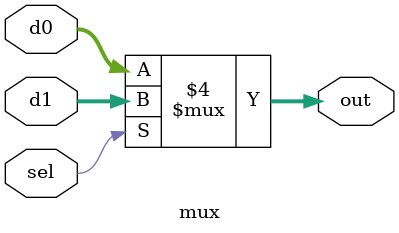
<source format=v>
`timescale 1ns / 1ps


module mux #(
parameter N=32 //set bit width of the mux
    ) (
    input wire [N-1:0] d0,d1,
    input wire sel,   
    output reg [N-1:0] out
    );

always@(sel,d0,d1)
if (sel==1'b1) out=d1;
else out=d0;

endmodule

</source>
